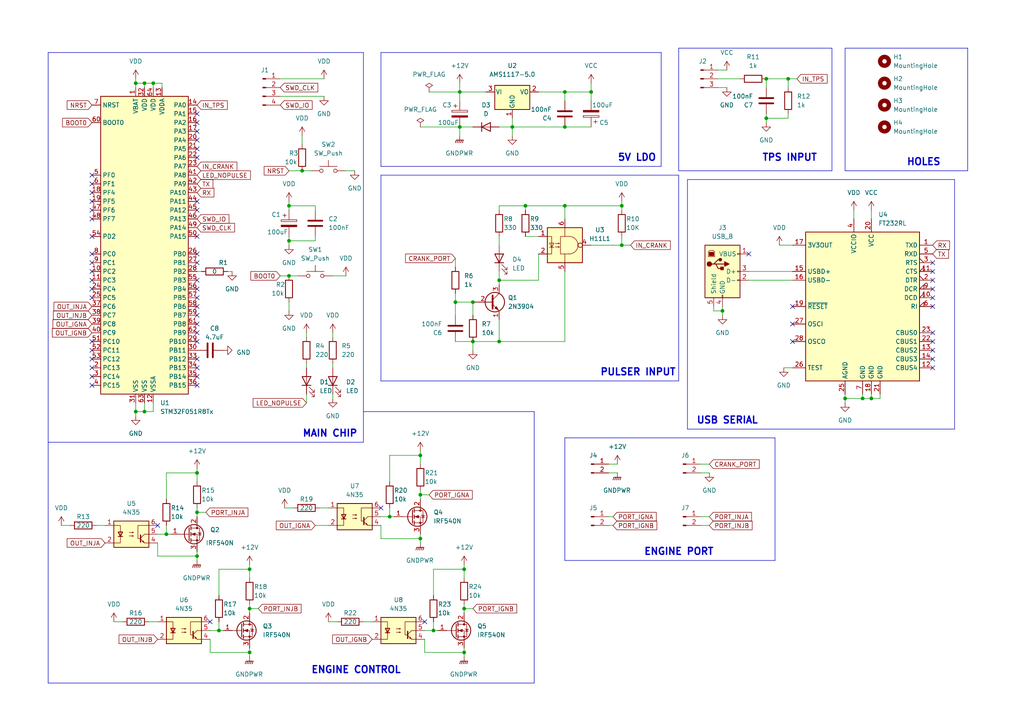
<source format=kicad_sch>
(kicad_sch (version 20230121) (generator eeschema)
  (paper "A4")
  (title_block (title "Custom Engine Control Unit") (date "2022-12-26") (rev "0") (company "Achmadi ST MT"))
  (junction (at 44.45 24.13))
  (junction (at 63.5 182.88))
  (junction (at 209.55 90.17))
  (junction (at 180.34 59.69))
  (junction (at 250.19 115.57))
  (junction (at 121.92 132.08))
  (junction (at 133.35 36.83))
  (junction (at 41.91 119.38))
  (junction (at 171.45 26.67))
  (junction (at 163.83 36.83))
  (junction (at 132.08 87.63))
  (junction (at 48.26 154.94))
  (junction (at 144.78 99.06))
  (junction (at 72.39 165.1))
  (junction (at 39.37 119.38))
  (junction (at 228.6 22.86))
  (junction (at 137.16 87.63))
  (junction (at 222.25 22.86))
  (junction (at 137.16 99.06))
  (junction (at 57.15 148.59))
  (junction (at 83.82 59.69))
  (junction (at 72.39 176.53))
  (junction (at 41.91 24.13))
  (junction (at 180.34 71.12))
  (junction (at 125.73 182.88))
  (junction (at 163.83 59.69))
  (junction (at 222.25 34.29))
  (junction (at 152.4 59.69))
  (junction (at 87.63 49.53))
  (junction (at 252.73 115.57))
  (junction (at 163.83 26.67))
  (junction (at 113.03 149.86))
  (junction (at 83.82 69.85))
  (junction (at 144.78 81.28))
  (junction (at 121.92 156.21))
  (junction (at 121.92 143.51))
  (junction (at 57.15 137.16))
  (junction (at 245.11 115.57))
  (junction (at 134.62 189.23))
  (junction (at 148.59 36.83))
  (junction (at 83.82 80.01))
  (junction (at 39.37 24.13))
  (junction (at 134.62 165.1))
  (junction (at 72.39 189.23))
  (junction (at 133.35 26.67))
  (junction (at 57.15 161.29))
  (junction (at 134.62 176.53))
  (no_connect (at 45.72 152.4))
  (no_connect (at 110.49 147.32))
  (no_connect (at 217.17 73.66))
  (no_connect (at 57.15 73.66))
  (no_connect (at 57.15 68.58))
  (no_connect (at 57.15 60.96))
  (no_connect (at 57.15 58.42))
  (no_connect (at 26.67 68.58))
  (no_connect (at 26.67 60.96))
  (no_connect (at 26.67 63.5))
  (no_connect (at 26.67 58.42))
  (no_connect (at 26.67 50.8))
  (no_connect (at 26.67 53.34))
  (no_connect (at 26.67 55.88))
  (no_connect (at 57.15 45.72))
  (no_connect (at 57.15 43.18))
  (no_connect (at 57.15 40.64))
  (no_connect (at 57.15 38.1))
  (no_connect (at 26.67 101.6))
  (no_connect (at 26.67 104.14))
  (no_connect (at 26.67 106.68))
  (no_connect (at 26.67 109.22))
  (no_connect (at 26.67 99.06))
  (no_connect (at 26.67 86.36))
  (no_connect (at 57.15 96.52))
  (no_connect (at 57.15 99.06))
  (no_connect (at 57.15 88.9))
  (no_connect (at 57.15 91.44))
  (no_connect (at 57.15 93.98))
  (no_connect (at 26.67 73.66))
  (no_connect (at 26.67 111.76))
  (no_connect (at 57.15 104.14))
  (no_connect (at 57.15 106.68))
  (no_connect (at 57.15 109.22))
  (no_connect (at 57.15 111.76))
  (no_connect (at 26.67 83.82))
  (no_connect (at 26.67 76.2))
  (no_connect (at 26.67 78.74))
  (no_connect (at 26.67 81.28))
  (no_connect (at 57.15 86.36))
  (no_connect (at 57.15 83.82))
  (no_connect (at 57.15 81.28))
  (no_connect (at 57.15 76.2))
  (no_connect (at 57.15 35.56))
  (no_connect (at 57.15 33.02))
  (no_connect (at 60.96 180.34))
  (no_connect (at 123.19 180.34))
  (no_connect (at 229.87 99.06))
  (no_connect (at 229.87 93.98))
  (no_connect (at 229.87 88.9))
  (no_connect (at 270.51 106.68))
  (no_connect (at 270.51 101.6))
  (no_connect (at 270.51 104.14))
  (no_connect (at 270.51 78.74))
  (no_connect (at 270.51 83.82))
  (no_connect (at 270.51 76.2))
  (no_connect (at 270.51 81.28))
  (no_connect (at 270.51 86.36))
  (no_connect (at 270.51 88.9))
  (no_connect (at 270.51 96.52))
  (no_connect (at 270.51 99.06))
  (wire (pts (xy 134.62 175.26) (xy 134.62 176.53)))
  (wire (pts (xy 113.03 132.08) (xy 121.92 132.08)))
  (wire (pts (xy 113.03 147.32) (xy 113.03 149.86)))
  (wire (pts (xy 208.28 20.32) (xy 210.82 20.32)))
  (wire (pts (xy 83.82 58.42) (xy 83.82 59.69)))
  (polyline (pts (xy 105.41 15.24) (xy 105.41 128.27)))
  (wire (pts (xy 209.55 90.17) (xy 209.55 91.44)))
  (polyline (pts (xy 110.49 15.24) (xy 191.77 15.24)))
  (wire (pts (xy 148.59 34.29) (xy 148.59 36.83)))
  (wire (pts (xy 148.59 36.83) (xy 163.83 36.83)))
  (wire (pts (xy 39.37 24.13) (xy 41.91 24.13)))
  (wire (pts (xy 96.52 114.3) (xy 96.52 115.57)))
  (wire (pts (xy 83.82 80.01) (xy 86.36 80.01)))
  (polyline (pts (xy 280.67 49.53) (xy 245.11 49.53)))
  (wire (pts (xy 180.34 59.69) (xy 180.34 60.96)))
  (wire (pts (xy 163.83 78.74) (xy 163.83 99.06)))
  (wire (pts (xy 134.62 176.53) (xy 134.62 177.8)))
  (wire (pts (xy 81.28 80.01) (xy 83.82 80.01)))
  (wire (pts (xy 105.41 180.34) (xy 107.95 180.34)))
  (wire (pts (xy 82.55 147.32) (xy 85.09 147.32)))
  (polyline (pts (xy 110.49 15.24) (xy 110.49 48.26)))
  (wire (pts (xy 252.73 114.3) (xy 252.73 115.57)))
  (wire (pts (xy 48.26 144.78) (xy 48.26 137.16)))
  (wire (pts (xy 163.83 99.06) (xy 144.78 99.06)))
  (wire (pts (xy 81.28 27.94) (xy 93.98 27.94)))
  (polyline (pts (xy 13.97 198.12) (xy 13.97 128.27)))
  (wire (pts (xy 125.73 165.1) (xy 134.62 165.1)))
  (polyline (pts (xy 196.85 13.97) (xy 196.85 49.53)))
  (wire (pts (xy 113.03 149.86) (xy 114.3 149.86)))
  (wire (pts (xy 44.45 119.38) (xy 41.91 119.38)))
  (wire (pts (xy 180.34 58.42) (xy 180.34 59.69)))
  (wire (pts (xy 39.37 120.65) (xy 39.37 119.38)))
  (wire (pts (xy 67.31 78.74) (xy 66.04 78.74)))
  (wire (pts (xy 88.9 114.3) (xy 88.9 116.84)))
  (wire (pts (xy 41.91 25.4) (xy 41.91 24.13)))
  (wire (pts (xy 121.92 142.24) (xy 121.92 143.51)))
  (wire (pts (xy 227.33 106.68) (xy 229.87 106.68)))
  (wire (pts (xy 72.39 165.1) (xy 72.39 167.64)))
  (polyline (pts (xy 237.49 13.97) (xy 241.3 13.97)))
  (wire (pts (xy 87.63 49.53) (xy 90.17 49.53)))
  (polyline (pts (xy 13.97 15.24) (xy 105.41 15.24)))
  (wire (pts (xy 83.82 59.69) (xy 91.44 59.69)))
  (wire (pts (xy 203.2 137.16) (xy 205.74 137.16)))
  (polyline (pts (xy 241.3 49.53) (xy 237.49 49.53)))
  (wire (pts (xy 57.15 147.32) (xy 57.15 148.59)))
  (wire (pts (xy 133.35 36.83) (xy 137.16 36.83)))
  (wire (pts (xy 156.21 81.28) (xy 156.21 73.66)))
  (polyline (pts (xy 196.85 110.49) (xy 110.49 110.49)))
  (wire (pts (xy 144.78 78.74) (xy 144.78 81.28)))
  (polyline (pts (xy 163.83 127) (xy 224.79 127)))
  (wire (pts (xy 83.82 68.58) (xy 83.82 69.85)))
  (wire (pts (xy 83.82 87.63) (xy 83.82 90.17)))
  (wire (pts (xy 207.01 90.17) (xy 209.55 90.17)))
  (wire (pts (xy 17.78 152.4) (xy 20.32 152.4)))
  (wire (pts (xy 93.98 22.86) (xy 81.28 22.86)))
  (polyline (pts (xy 237.49 49.53) (xy 196.85 49.53)))
  (wire (pts (xy 88.9 96.52) (xy 88.9 97.79)))
  (wire (pts (xy 133.35 26.67) (xy 133.35 29.21)))
  (wire (pts (xy 163.83 59.69) (xy 180.34 59.69)))
  (polyline (pts (xy 280.67 13.97) (xy 280.67 49.53)))
  (wire (pts (xy 176.53 134.62) (xy 179.07 134.62)))
  (wire (pts (xy 144.78 60.96) (xy 144.78 59.69)))
  (wire (pts (xy 132.08 99.06) (xy 137.16 99.06)))
  (wire (pts (xy 163.83 36.83) (xy 171.45 36.83)))
  (wire (pts (xy 121.92 143.51) (xy 121.92 144.78)))
  (wire (pts (xy 124.46 26.67) (xy 133.35 26.67)))
  (wire (pts (xy 72.39 187.96) (xy 72.39 189.23)))
  (wire (pts (xy 152.4 60.96) (xy 152.4 59.69)))
  (wire (pts (xy 144.78 36.83) (xy 148.59 36.83)))
  (wire (pts (xy 148.59 36.83) (xy 148.59 39.37)))
  (wire (pts (xy 57.15 135.89) (xy 57.15 137.16)))
  (wire (pts (xy 222.25 33.02) (xy 222.25 34.29)))
  (wire (pts (xy 123.19 185.42) (xy 123.19 189.23)))
  (wire (pts (xy 83.82 69.85) (xy 83.82 71.12)))
  (wire (pts (xy 250.19 114.3) (xy 250.19 115.57)))
  (wire (pts (xy 27.94 152.4) (xy 30.48 152.4)))
  (wire (pts (xy 58.42 78.74) (xy 57.15 78.74)))
  (wire (pts (xy 222.25 34.29) (xy 222.25 35.56)))
  (wire (pts (xy 123.19 182.88) (xy 125.73 182.88)))
  (wire (pts (xy 39.37 24.13) (xy 39.37 25.4)))
  (wire (pts (xy 180.34 71.12) (xy 182.88 71.12)))
  (wire (pts (xy 45.72 161.29) (xy 57.15 161.29)))
  (wire (pts (xy 171.45 26.67) (xy 171.45 29.21)))
  (wire (pts (xy 83.82 59.69) (xy 83.82 60.96)))
  (wire (pts (xy 176.53 152.4) (xy 177.8 152.4)))
  (wire (pts (xy 45.72 157.48) (xy 45.72 161.29)))
  (wire (pts (xy 121.92 132.08) (xy 121.92 134.62)))
  (polyline (pts (xy 163.83 127) (xy 163.83 162.56)))
  (wire (pts (xy 133.35 24.13) (xy 133.35 26.67)))
  (wire (pts (xy 250.19 115.57) (xy 245.11 115.57)))
  (wire (pts (xy 134.62 165.1) (xy 134.62 167.64)))
  (wire (pts (xy 63.5 180.34) (xy 63.5 182.88)))
  (wire (pts (xy 60.96 189.23) (xy 72.39 189.23)))
  (wire (pts (xy 228.6 22.86) (xy 231.14 22.86)))
  (wire (pts (xy 72.39 189.23) (xy 72.39 190.5)))
  (wire (pts (xy 41.91 119.38) (xy 39.37 119.38)))
  (wire (pts (xy 110.49 152.4) (xy 110.49 156.21)))
  (wire (pts (xy 110.49 156.21) (xy 121.92 156.21)))
  (polyline (pts (xy 105.41 119.38) (xy 154.94 119.38)))
  (wire (pts (xy 140.97 26.67) (xy 133.35 26.67)))
  (wire (pts (xy 100.33 49.53) (xy 102.87 49.53)))
  (wire (pts (xy 43.18 180.34) (xy 45.72 180.34)))
  (wire (pts (xy 132.08 74.93) (xy 132.08 77.47)))
  (wire (pts (xy 88.9 105.41) (xy 88.9 106.68)))
  (wire (pts (xy 96.52 96.52) (xy 96.52 97.79)))
  (wire (pts (xy 60.96 185.42) (xy 60.96 189.23)))
  (wire (pts (xy 96.52 80.01) (xy 100.33 80.01)))
  (wire (pts (xy 252.73 60.96) (xy 252.73 63.5)))
  (wire (pts (xy 134.62 189.23) (xy 134.62 190.5)))
  (wire (pts (xy 203.2 134.62) (xy 205.74 134.62)))
  (polyline (pts (xy 224.79 162.56) (xy 163.83 162.56)))
  (wire (pts (xy 57.15 160.02) (xy 57.15 161.29)))
  (wire (pts (xy 255.27 114.3) (xy 255.27 115.57)))
  (wire (pts (xy 228.6 33.02) (xy 228.6 34.29)))
  (wire (pts (xy 228.6 25.4) (xy 228.6 22.86)))
  (polyline (pts (xy 196.85 13.97) (xy 237.49 13.97)))
  (wire (pts (xy 91.44 152.4) (xy 95.25 152.4)))
  (polyline (pts (xy 196.85 50.8) (xy 196.85 110.49)))
  (wire (pts (xy 144.78 68.58) (xy 144.78 71.12)))
  (wire (pts (xy 57.15 162.56) (xy 57.15 161.29)))
  (wire (pts (xy 156.21 26.67) (xy 163.83 26.67)))
  (wire (pts (xy 176.53 137.16) (xy 179.07 137.16)))
  (wire (pts (xy 217.17 78.74) (xy 229.87 78.74)))
  (wire (pts (xy 252.73 115.57) (xy 255.27 115.57)))
  (wire (pts (xy 72.39 163.83) (xy 72.39 165.1)))
  (wire (pts (xy 228.6 22.86) (xy 222.25 22.86)))
  (wire (pts (xy 125.73 180.34) (xy 125.73 182.88)))
  (wire (pts (xy 245.11 114.3) (xy 245.11 115.57)))
  (wire (pts (xy 125.73 172.72) (xy 125.73 165.1)))
  (polyline (pts (xy 110.49 50.8) (xy 110.49 110.49)))
  (wire (pts (xy 121.92 130.81) (xy 121.92 132.08)))
  (wire (pts (xy 133.35 36.83) (xy 133.35 39.37)))
  (polyline (pts (xy 154.94 119.38) (xy 154.94 198.12)))
  (wire (pts (xy 176.53 149.86) (xy 177.8 149.86)))
  (wire (pts (xy 44.45 25.4) (xy 44.45 24.13)))
  (wire (pts (xy 203.2 149.86) (xy 205.74 149.86)))
  (polyline (pts (xy 191.77 48.26) (xy 110.49 48.26)))
  (wire (pts (xy 134.62 176.53) (xy 137.16 176.53)))
  (wire (pts (xy 137.16 87.63) (xy 137.16 91.44)))
  (wire (pts (xy 113.03 139.7) (xy 113.03 132.08)))
  (wire (pts (xy 121.92 154.94) (xy 121.92 156.21)))
  (polyline (pts (xy 110.49 50.8) (xy 196.85 50.8)))
  (wire (pts (xy 144.78 81.28) (xy 156.21 81.28)))
  (wire (pts (xy 91.44 69.85) (xy 83.82 69.85)))
  (wire (pts (xy 123.19 189.23) (xy 134.62 189.23)))
  (wire (pts (xy 44.45 24.13) (xy 41.91 24.13)))
  (polyline (pts (xy 245.11 13.97) (xy 245.11 49.53)))
  (wire (pts (xy 121.92 156.21) (xy 121.92 157.48)))
  (wire (pts (xy 134.62 163.83) (xy 134.62 165.1)))
  (wire (pts (xy 226.06 71.12) (xy 229.87 71.12)))
  (wire (pts (xy 125.73 182.88) (xy 127 182.88)))
  (polyline (pts (xy 199.39 52.07) (xy 276.86 52.07)))
  (wire (pts (xy 72.39 176.53) (xy 72.39 177.8)))
  (wire (pts (xy 217.17 81.28) (xy 229.87 81.28)))
  (wire (pts (xy 132.08 85.09) (xy 132.08 87.63)))
  (wire (pts (xy 171.45 24.13) (xy 171.45 26.67)))
  (wire (pts (xy 91.44 68.58) (xy 91.44 69.85)))
  (wire (pts (xy 45.72 154.94) (xy 48.26 154.94)))
  (polyline (pts (xy 276.86 52.07) (xy 276.86 124.46)))
  (wire (pts (xy 245.11 115.57) (xy 245.11 116.84)))
  (polyline (pts (xy 154.94 198.12) (xy 13.97 198.12)))
  (polyline (pts (xy 276.86 124.46) (xy 199.39 124.46)))
  (wire (pts (xy 87.63 39.37) (xy 87.63 41.91)))
  (wire (pts (xy 57.15 148.59) (xy 57.15 149.86)))
  (polyline (pts (xy 199.39 52.07) (xy 199.39 124.46)))
  (wire (pts (xy 63.5 172.72) (xy 63.5 165.1)))
  (wire (pts (xy 163.83 26.67) (xy 171.45 26.67)))
  (wire (pts (xy 144.78 92.71) (xy 144.78 99.06)))
  (wire (pts (xy 171.45 71.12) (xy 180.34 71.12)))
  (wire (pts (xy 57.15 137.16) (xy 57.15 139.7)))
  (wire (pts (xy 46.99 24.13) (xy 44.45 24.13)))
  (wire (pts (xy 72.39 175.26) (xy 72.39 176.53)))
  (wire (pts (xy 48.26 154.94) (xy 49.53 154.94)))
  (wire (pts (xy 247.65 60.96) (xy 247.65 63.5)))
  (wire (pts (xy 163.83 26.67) (xy 163.83 29.21)))
  (wire (pts (xy 96.52 105.41) (xy 96.52 106.68)))
  (wire (pts (xy 48.26 137.16) (xy 57.15 137.16)))
  (wire (pts (xy 132.08 91.44) (xy 132.08 87.63)))
  (wire (pts (xy 92.71 147.32) (xy 95.25 147.32)))
  (wire (pts (xy 132.08 87.63) (xy 137.16 87.63)))
  (wire (pts (xy 144.78 59.69) (xy 152.4 59.69)))
  (wire (pts (xy 72.39 176.53) (xy 74.93 176.53)))
  (wire (pts (xy 33.02 180.34) (xy 35.56 180.34)))
  (wire (pts (xy 41.91 116.84) (xy 41.91 119.38)))
  (wire (pts (xy 91.44 60.96) (xy 91.44 59.69)))
  (wire (pts (xy 152.4 68.58) (xy 156.21 68.58)))
  (wire (pts (xy 144.78 82.55) (xy 144.78 81.28)))
  (wire (pts (xy 222.25 22.86) (xy 222.25 25.4)))
  (polyline (pts (xy 241.3 13.97) (xy 241.3 49.53)))
  (wire (pts (xy 46.99 25.4) (xy 46.99 24.13)))
  (wire (pts (xy 137.16 99.06) (xy 137.16 101.6)))
  (wire (pts (xy 163.83 63.5) (xy 163.83 59.69)))
  (wire (pts (xy 134.62 187.96) (xy 134.62 189.23)))
  (wire (pts (xy 250.19 115.57) (xy 252.73 115.57)))
  (wire (pts (xy 152.4 59.69) (xy 163.83 59.69)))
  (polyline (pts (xy 191.77 15.24) (xy 191.77 48.26)))
  (wire (pts (xy 180.34 68.58) (xy 180.34 71.12)))
  (wire (pts (xy 144.78 99.06) (xy 137.16 99.06)))
  (wire (pts (xy 208.28 25.4) (xy 210.82 25.4)))
  (polyline (pts (xy 245.11 13.97) (xy 280.67 13.97)))
  (wire (pts (xy 60.96 182.88) (xy 63.5 182.88)))
  (wire (pts (xy 203.2 152.4) (xy 205.74 152.4)))
  (wire (pts (xy 39.37 116.84) (xy 39.37 119.38)))
  (polyline (pts (xy 224.79 127) (xy 224.79 162.56)))
  (wire (pts (xy 83.82 49.53) (xy 87.63 49.53)))
  (wire (pts (xy 63.5 165.1) (xy 72.39 165.1)))
  (wire (pts (xy 208.28 22.86) (xy 214.63 22.86)))
  (wire (pts (xy 48.26 152.4) (xy 48.26 154.94)))
  (wire (pts (xy 121.92 143.51) (xy 124.46 143.51)))
  (wire (pts (xy 228.6 34.29) (xy 222.25 34.29)))
  (wire (pts (xy 57.15 148.59) (xy 59.69 148.59)))
  (wire (pts (xy 39.37 22.86) (xy 39.37 24.13)))
  (wire (pts (xy 209.55 88.9) (xy 209.55 90.17)))
  (polyline (pts (xy 13.97 15.24) (xy 13.97 128.27)))
  (wire (pts (xy 121.92 36.83) (xy 133.35 36.83)))
  (wire (pts (xy 110.49 149.86) (xy 113.03 149.86)))
  (wire (pts (xy 207.01 88.9) (xy 207.01 90.17)))
  (wire (pts (xy 44.45 116.84) (xy 44.45 119.38)))
  (polyline (pts (xy 105.41 128.27) (xy 13.97 128.27)))
  (wire (pts (xy 63.5 182.88) (xy 64.77 182.88)))
  (wire (pts (xy 95.25 180.34) (xy 97.79 180.34)))
  (text "PULSER INPUT\n" (at 173.99 109.22 0) (effects (font (size 2 2) bold) (justify left bottom)))
  (text "MAIN CHIP" (at 87.63 127 0) (effects (font (size 2 2) (thickness 0.4) bold) (justify left bottom)))
  (text "5V LDO" (at 179.07 46.99 0) (effects (font (size 2 2) bold) (justify left bottom)))
  (text "USB SERIAL\n" (at 201.93 123.19 0) (effects (font (size 2 2) bold) (justify left bottom)))
  (text "ENGINE PORT\n" (at 186.69 161.29 0) (effects (font (size 2 2) bold) (justify left bottom)))
  (text "HOLES\n" (at 262.89 48.26 0) (effects (font (size 2 2) bold) (justify left bottom)))
  (text "TPS INPUT\n" (at 220.98 46.99 0) (effects (font (size 2 2) bold) (justify left bottom)))
  (text "ENGINE CONTROL\n" (at 90.17 195.58 0) (effects (font (size 2 2) bold) (justify left bottom)))
  (global_label "RX" (shape input) (at 57.15 55.88 0) (property "Intersheetrefs" "${INTERSHEET_REFS}" (effects hide)))
  (global_label "NRST" (shape input) (at 26.67 30.48 180) (property "Intersheetrefs" "${INTERSHEET_REFS}" (effects hide)))
  (global_label "OUT_IGNB" (shape input) (at 26.67 96.52 180) (property "Intersheetrefs" "${INTERSHEET_REFS}" (effects hide)))
  (global_label "OUT_INJB" (shape input) (at 45.72 185.42 180) (property "Intersheetrefs" "${INTERSHEET_REFS}" (effects hide)))
  (global_label "CRANK_PORT" (shape input) (at 205.74 134.62 0) (property "Intersheetrefs" "${INTERSHEET_REFS}" (effects hide)))
  (global_label "RX" (shape input) (at 270.51 71.12 0) (property "Intersheetrefs" "${INTERSHEET_REFS}" (effects hide)))
  (global_label "TX" (shape input) (at 270.51 73.66 0) (property "Intersheetrefs" "${INTERSHEET_REFS}" (effects hide)))
  (global_label "OUT_INJB" (shape input) (at 26.67 91.44 180) (property "Intersheetrefs" "${INTERSHEET_REFS}" (effects hide)))
  (global_label "PORT_IGNB" (shape input) (at 177.8 152.4 0) (property "Intersheetrefs" "${INTERSHEET_REFS}" (effects hide)))
  (global_label "IN_CRANK" (shape input) (at 182.88 71.12 0) (property "Intersheetrefs" "${INTERSHEET_REFS}" (effects hide)))
  (global_label "BOOT0" (shape input) (at 26.67 35.56 180) (property "Intersheetrefs" "${INTERSHEET_REFS}" (effects hide)))
  (global_label "PORT_IGNA" (shape input) (at 177.8 149.86 0) (property "Intersheetrefs" "${INTERSHEET_REFS}" (effects hide)))
  (global_label "LED_NOPULSE" (shape input) (at 57.15 50.8 0) (property "Intersheetrefs" "${INTERSHEET_REFS}" (effects hide)))
  (global_label "PORT_IGNB" (shape input) (at 137.16 176.53 0) (property "Intersheetrefs" "${INTERSHEET_REFS}" (effects hide)))
  (global_label "IN_TPS" (shape input) (at 231.14 22.86 0) (property "Intersheetrefs" "${INTERSHEET_REFS}" (effects hide)))
  (global_label "OUT_IGNA" (shape input) (at 26.67 93.98 180) (property "Intersheetrefs" "${INTERSHEET_REFS}" (effects hide)))
  (global_label "PORT_IGNA" (shape input) (at 124.46 143.51 0) (property "Intersheetrefs" "${INTERSHEET_REFS}" (effects hide)))
  (global_label "NRST" (shape input) (at 83.82 49.53 180) (property "Intersheetrefs" "${INTERSHEET_REFS}" (effects hide)))
  (global_label "OUT_INJA" (shape input) (at 26.67 88.9 180) (property "Intersheetrefs" "${INTERSHEET_REFS}" (effects hide)))
  (global_label "OUT_IGNB" (shape input) (at 107.95 185.42 180) (property "Intersheetrefs" "${INTERSHEET_REFS}" (effects hide)))
  (global_label "IN_TPS" (shape input) (at 57.15 30.48 0) (property "Intersheetrefs" "${INTERSHEET_REFS}" (effects hide)))
  (global_label "CRANK_PORT" (shape input) (at 132.08 74.93 180) (property "Intersheetrefs" "${INTERSHEET_REFS}" (effects hide)))
  (global_label "BOOT0" (shape input) (at 81.28 80.01 180) (property "Intersheetrefs" "${INTERSHEET_REFS}" (effects hide)))
  (global_label "TX" (shape input) (at 57.15 53.34 0) (property "Intersheetrefs" "${INTERSHEET_REFS}" (effects hide)))
  (global_label "SWD_IO" (shape input) (at 81.28 30.48 0) (property "Intersheetrefs" "${INTERSHEET_REFS}" (effects hide)))
  (global_label "PORT_INJB" (shape input) (at 205.74 152.4 0) (property "Intersheetrefs" "${INTERSHEET_REFS}" (effects hide)))
  (global_label "PORT_INJA" (shape input) (at 205.74 149.86 0) (property "Intersheetrefs" "${INTERSHEET_REFS}" (effects hide)))
  (global_label "SWD_IO" (shape input) (at 57.15 63.5 0) (property "Intersheetrefs" "${INTERSHEET_REFS}" (effects hide)))
  (global_label "IN_CRANK" (shape input) (at 57.15 48.26 0) (property "Intersheetrefs" "${INTERSHEET_REFS}" (effects hide)))
  (global_label "PORT_INJA" (shape input) (at 59.69 148.59 0) (property "Intersheetrefs" "${INTERSHEET_REFS}" (effects hide)))
  (global_label "PORT_INJB" (shape input) (at 74.93 176.53 0) (property "Intersheetrefs" "${INTERSHEET_REFS}" (effects hide)))
  (global_label "OUT_IGNA" (shape input) (at 91.44 152.4 180) (property "Intersheetrefs" "${INTERSHEET_REFS}" (effects hide)))
  (global_label "OUT_INJA" (shape input) (at 30.48 157.48 180) (property "Intersheetrefs" "${INTERSHEET_REFS}" (effects hide)))
  (global_label "LED_NOPULSE" (shape input) (at 88.9 116.84 180) (property "Intersheetrefs" "${INTERSHEET_REFS}" (effects hide)))
  (global_label "SWD_CLK" (shape input) (at 57.15 66.04 0) (property "Intersheetrefs" "${INTERSHEET_REFS}" (effects hide)))
  (global_label "SWD_CLK" (shape input) (at 81.28 25.4 0) (property "Intersheetrefs" "${INTERSHEET_REFS}" (effects hide)))
  (symbol (lib_id "Mechanical:MountingHole") (at 256.54 24.13 0) (unit 1)
    (property "Reference" "H2" (at 259.08 22.8599 0) (effects (justify left)))
    (property "Value" "MountingHole" (at 259.08 25.3999 0) (effects (justify left)))
    (property "Footprint" "MountingHole:MountingHole_2.5mm_Pad" (effects hide))
  )
  (symbol (lib_id "power:VCC") (at 171.45 24.13 0) (unit 1)
    (property "Reference" "#PWR019" (effects hide))
    (property "Value" "VCC" (at 171.45 19.05 0))
  )
  (symbol (lib_id "Device:C_Polarized") (at 83.82 64.77 0) (unit 1)
    (property "Reference" "C1" (at 78.74 62.23 0) (effects (justify left)))
    (property "Value" "100uF" (at 77.47 67.31 0) (effects (justify left)))
    (property "Footprint" "Capacitor_SMD:C_Elec_4x5.4" (effects hide))
  )
  (symbol (lib_id "Device:R") (at 57.15 143.51 0) (unit 1)
    (property "Reference" "R15" (at 58.42 142.24 0) (effects (justify left)))
    (property "Value" "10k" (at 58.42 144.78 0) (effects (justify left)))
    (property "Footprint" "Resistor_SMD:R_0805_2012Metric_Pad1.20x1.40mm_HandSolder" (effects hide))
  )
  (symbol (lib_id "power:GND") (at 93.98 27.94 0) (unit 1)
    (property "Reference" "#PWR07" (effects hide))
    (property "Value" "GND" (at 93.98 33.02 0))
  )
  (symbol (lib_id "power:GNDPWR") (at 133.35 39.37 0) (unit 1)
    (property "Reference" "#PWR016" (effects hide))
    (property "Value" "GNDPWR" (at 133.223 44.45 0))
  )
  (symbol (lib_id "power:+12V") (at 121.92 130.81 0) (unit 1)
    (property "Reference" "#PWR037" (effects hide))
    (property "Value" "+12V" (at 121.92 125.73 0))
  )
  (symbol (lib_id "Device:C") (at 60.96 101.6 90) (unit 1)
    (property "Reference" "C8" (at 62.23 95.25 90))
    (property "Value" "4.7uF" (at 62.23 97.79 90))
  )
  (symbol (lib_id "power:VDD") (at 96.52 96.52 0) (unit 1)
    (property "Reference" "#PWR013" (effects hide))
    (property "Value" "VDD" (at 96.52 91.44 0))
  )
  (symbol (lib_id "Device:R") (at 63.5 176.53 0) (unit 1)
    (property "Reference" "R17" (at 64.77 175.26 0) (effects (justify left)))
    (property "Value" "10k" (at 64.77 177.8 0) (effects (justify left)))
    (property "Footprint" "Resistor_SMD:R_0805_2012Metric_Pad1.20x1.40mm_HandSolder" (effects hide))
  )
  (symbol (lib_id "Device:LED") (at 144.78 74.93 90) (unit 1)
    (property "Reference" "D4" (at 148.59 75.2474 90) (effects (justify right)))
    (property "Value" "LED" (at 148.59 77.7874 90) (effects (justify right)))
    (property "Footprint" "LED_SMD:LED_0805_2012Metric_Pad1.15x1.40mm_HandSolder" (effects hide))
  )
  (symbol (lib_id "Device:R") (at 48.26 148.59 0) (unit 1)
    (property "Reference" "R14" (at 49.53 147.32 0) (effects (justify left)))
    (property "Value" "10k" (at 49.53 149.86 0) (effects (justify left)))
    (property "Footprint" "Resistor_SMD:R_0805_2012Metric_Pad1.20x1.40mm_HandSolder" (effects hide))
  )
  (symbol (lib_id "Transistor_FET:IRF540N") (at 119.38 149.86 0) (unit 1)
    (property "Reference" "Q4" (at 125.73 148.5899 0) (effects (justify left)))
    (property "Value" "IRF540N" (at 125.73 151.1299 0) (effects (justify left)))
    (property "Footprint" "Package_TO_SOT_THT:TO-220-3_Horizontal_TabUp" (effects hide))
    (property "Datasheet" "http://www.irf.com/product-info/datasheets/data/irf540n.pdf" (effects hide))
  )
  (symbol (lib_id "power:GND") (at 245.11 116.84 0) (unit 1)
    (property "Reference" "#PWR026" (effects hide))
    (property "Value" "GND" (at 245.11 121.92 0))
  )
  (symbol (lib_id "Device:C") (at 163.83 33.02 180) (unit 1)
    (property "Reference" "C4" (at 160.02 34.2901 0) (effects (justify left)))
    (property "Value" "100nF" (at 160.02 31.7501 0) (effects (justify left)))
    (property "Footprint" "Capacitor_SMD:C_0805_2012Metric_Pad1.18x1.45mm_HandSolder" (effects hide))
  )
  (symbol (lib_id "Device:LED") (at 88.9 110.49 90) (unit 1)
    (property "Reference" "D1" (at 92.71 110.8074 90) (effects (justify right)))
    (property "Value" "LED" (at 92.71 113.3474 90) (effects (justify right)))
    (property "Footprint" "LED_SMD:LED_0805_2012Metric_Pad1.15x1.40mm_HandSolder" (effects hide))
  )
  (symbol (lib_id "power:VDD") (at 95.25 180.34 0) (unit 1)
    (property "Reference" "#PWR039" (effects hide))
    (property "Value" "VDD" (at 95.25 175.26 0))
  )
  (symbol (lib_id "Device:R") (at 134.62 171.45 0) (unit 1)
    (property "Reference" "R24" (at 135.89 170.18 0) (effects (justify left)))
    (property "Value" "10k" (at 135.89 172.72 0) (effects (justify left)))
    (property "Footprint" "Resistor_SMD:R_0805_2012Metric_Pad1.20x1.40mm_HandSolder" (effects hide))
  )
  (symbol (lib_id "power:GND") (at 148.59 39.37 0) (unit 1)
    (property "Reference" "#PWR017" (effects hide))
    (property "Value" "GND" (at 148.59 44.45 0))
  )
  (symbol (lib_id "Mechanical:MountingHole") (at 256.54 30.48 0) (unit 1)
    (property "Reference" "H3" (at 259.08 29.2099 0) (effects (justify left)))
    (property "Value" "MountingHole" (at 259.08 31.7499 0) (effects (justify left)))
    (property "Footprint" "MountingHole:MountingHole_2.5mm_Pad" (effects hide))
  )
  (symbol (lib_id "power:GND") (at 39.37 120.65 0) (unit 1)
    (property "Reference" "#PWR02" (effects hide))
    (property "Value" "GND" (at 39.37 125.73 0))
  )
  (symbol (lib_id "power:GNDPWR") (at 121.92 157.48 0) (unit 1)
    (property "Reference" "#PWR038" (effects hide))
    (property "Value" "GNDPWR" (at 121.793 162.56 0))
  )
  (symbol (lib_id "Device:C_Polarized") (at 171.45 33.02 180) (unit 1)
    (property "Reference" "C5" (at 176.53 35.56 0) (effects (justify left)))
    (property "Value" "100uF" (at 177.8 30.48 0) (effects (justify left)))
    (property "Footprint" "Capacitor_SMD:C_Elec_4x5.4" (effects hide))
  )
  (symbol (lib_id "power:+12V") (at 133.35 24.13 0) (unit 1)
    (property "Reference" "#PWR015" (effects hide))
    (property "Value" "+12V" (at 133.35 19.05 0))
  )
  (symbol (lib_id "power:GND") (at 83.82 90.17 0) (unit 1)
    (property "Reference" "#PWR04" (effects hide))
    (property "Value" "GND" (at 83.82 95.25 0))
  )
  (symbol (lib_id "MCU_ST_STM32F0:STM32F051R8Tx") (at 41.91 71.12 0) (unit 1)
    (property "Reference" "U1" (at 46.4694 116.84 0) (effects (justify left)))
    (property "Value" "STM32F051R8Tx" (at 46.4694 119.38 0) (effects (justify left)))
    (property "Footprint" "Package_QFP:LQFP-64_10x10mm_P0.5mm" (effects hide))
    (property "Datasheet" "http://www.st.com/st-web-ui/static/active/en/resource/technical/document/datasheet/DM00039193.pdf" (effects hide))
  )
  (symbol (lib_id "Switch:SW_Push") (at 95.25 49.53 0) (unit 1)
    (property "Reference" "SW2" (at 95.25 41.91 0))
    (property "Value" "SW_Push" (at 95.25 44.45 0))
    (property "Footprint" "Button_Switch_THT:SW_PUSH_6mm" (effects hide))
  )
  (symbol (lib_id "Device:R") (at 101.6 180.34 90) (unit 1)
    (property "Reference" "R22" (at 101.6 177.8 90))
    (property "Value" "220" (at 101.6 180.34 90))
    (property "Footprint" "Resistor_SMD:R_0805_2012Metric_Pad1.20x1.40mm_HandSolder" (effects hide))
  )
  (symbol (lib_id "Device:R") (at 62.23 78.74 90) (unit 1)
    (property "Reference" "R1" (at 64.77 76.2 90))
    (property "Value" "0" (at 62.23 78.74 90))
    (property "Footprint" "Resistor_SMD:R_0805_2012Metric_Pad1.20x1.40mm_HandSolder" (effects hide))
  )
  (symbol (lib_id "power:VDD") (at 82.55 147.32 0) (unit 1)
    (property "Reference" "#PWR036" (effects hide))
    (property "Value" "VDD" (at 82.55 142.24 0))
  )
  (symbol (lib_id "Device:R") (at 96.52 101.6 0) (unit 1)
    (property "Reference" "R5" (at 99.06 100.3299 0) (effects (justify left)))
    (property "Value" "220" (at 99.06 102.8699 0) (effects (justify left)))
    (property "Footprint" "Resistor_SMD:R_0805_2012Metric_Pad1.20x1.40mm_HandSolder" (effects hide))
  )
  (symbol (lib_id "power:VDD") (at 180.34 58.42 0) (unit 1)
    (property "Reference" "#PWR020" (effects hide))
    (property "Value" "VDD" (at 180.34 53.34 0))
  )
  (symbol (lib_id "Device:C_Polarized") (at 133.35 33.02 0) (unit 1)
    (property "Reference" "C3" (at 128.27 30.48 0) (effects (justify left)))
    (property "Value" "100uF" (at 127 35.56 0) (effects (justify left)))
    (property "Footprint" "Capacitor_SMD:C_0805_2012Metric_Pad1.18x1.45mm_HandSolder" (effects hide))
  )
  (symbol (lib_id "power:GND") (at 222.25 35.56 0) (unit 1)
    (property "Reference" "#PWR023" (effects hide))
    (property "Value" "GND" (at 222.25 40.64 0))
  )
  (symbol (lib_id "Isolator:4N35") (at 102.87 149.86 0) (unit 1)
    (property "Reference" "U7" (at 102.87 140.97 0))
    (property "Value" "4N35" (at 102.87 143.51 0))
    (property "Footprint" "Package_DIP:DIP-6_W7.62mm" (effects hide))
    (property "Datasheet" "https://www.vishay.com/docs/81181/4n35.pdf" (effects hide))
  )
  (symbol (lib_id "Switch:SW_Push") (at 91.44 80.01 0) (unit 1)
    (property "Reference" "SW1" (at 91.44 72.39 0))
    (property "Value" "SW_Push" (at 91.44 74.93 0))
    (property "Footprint" "Button_Switch_THT:SW_PUSH_6mm" (effects hide))
  )
  (symbol (lib_id "power:GNDPWR") (at 134.62 190.5 0) (unit 1)
    (property "Reference" "#PWR041" (effects hide))
    (property "Value" "GNDPWR" (at 134.493 195.58 0))
  )
  (symbol (lib_id "Device:R") (at 72.39 171.45 0) (unit 1)
    (property "Reference" "R18" (at 73.66 170.18 0) (effects (justify left)))
    (property "Value" "10k" (at 73.66 172.72 0) (effects (justify left)))
    (property "Footprint" "Resistor_SMD:R_0805_2012Metric_Pad1.20x1.40mm_HandSolder" (effects hide))
  )
  (symbol (lib_id "power:PWR_FLAG") (at 121.92 36.83 0) (unit 1)
    (property "Reference" "#FLG0101" (effects hide))
    (property "Value" "PWR_FLAG" (at 121.92 31.75 0))
  )
  (symbol (lib_id "Device:R") (at 121.92 138.43 0) (unit 1)
    (property "Reference" "R21" (at 123.19 137.16 0) (effects (justify left)))
    (property "Value" "10k" (at 123.19 139.7 0) (effects (justify left)))
    (property "Footprint" "Resistor_SMD:R_0805_2012Metric_Pad1.20x1.40mm_HandSolder" (effects hide))
  )
  (symbol (lib_id "power:GND") (at 96.52 115.57 0) (unit 1)
    (property "Reference" "#PWR014" (effects hide))
    (property "Value" "GND" (at 96.52 120.65 0))
  )
  (symbol (lib_id "power:+12V") (at 134.62 163.83 0) (unit 1)
    (property "Reference" "#PWR040" (effects hide))
    (property "Value" "+12V" (at 134.62 158.75 0))
  )
  (symbol (lib_id "Connector:Conn_01x02_Male") (at 171.45 134.62 0) (unit 1)
    (property "Reference" "J4" (at 172.085 132.08 0))
    (property "Value" "Conn_01x02_Male" (effects hide))
    (property "Footprint" "TerminalBlock:TerminalBlock_Altech_AK300-2_P5.00mm" (effects hide))
  )
  (symbol (lib_id "power:VDD") (at 93.98 22.86 0) (unit 1)
    (property "Reference" "#PWR06" (effects hide))
    (property "Value" "VDD" (at 93.98 17.78 0))
  )
  (symbol (lib_id "Isolator:4N35") (at 53.34 182.88 0) (unit 1)
    (property "Reference" "U6" (at 53.34 173.99 0))
    (property "Value" "4N35" (at 53.34 176.53 0))
    (property "Footprint" "Package_DIP:DIP-6_W7.62mm" (effects hide))
    (property "Datasheet" "https://www.vishay.com/docs/81181/4n35.pdf" (effects hide))
  )
  (symbol (lib_id "power:VDD") (at 17.78 152.4 0) (unit 1)
    (property "Reference" "#PWR030" (effects hide))
    (property "Value" "VDD" (at 17.78 147.32 0))
  )
  (symbol (lib_id "Device:R") (at 137.16 95.25 0) (unit 1)
    (property "Reference" "R7" (at 139.7 93.9799 0) (effects (justify left)))
    (property "Value" "10k" (at 139.7 96.5199 0) (effects (justify left)))
    (property "Footprint" "Resistor_SMD:R_0805_2012Metric_Pad1.20x1.40mm_HandSolder" (effects hide))
  )
  (symbol (lib_id "Device:R") (at 88.9 147.32 90) (unit 1)
    (property "Reference" "R19" (at 88.9 144.78 90))
    (property "Value" "220" (at 88.9 147.32 90))
    (property "Footprint" "Resistor_SMD:R_0805_2012Metric_Pad1.20x1.40mm_HandSolder" (effects hide))
  )
  (symbol (lib_id "power:GND") (at 137.16 101.6 0) (unit 1)
    (property "Reference" "#PWR018" (effects hide))
    (property "Value" "GND" (at 137.16 106.68 0))
  )
  (symbol (lib_id "Device:R") (at 39.37 180.34 90) (unit 1)
    (property "Reference" "R16" (at 39.37 177.8 90))
    (property "Value" "220" (at 39.37 180.34 90))
    (property "Footprint" "Resistor_SMD:R_0805_2012Metric_Pad1.20x1.40mm_HandSolder" (effects hide))
  )
  (symbol (lib_id "power:VDD") (at 87.63 39.37 0) (unit 1)
    (property "Reference" "#PWR05" (effects hide))
    (property "Value" "VDD" (at 87.63 34.29 0))
  )
  (symbol (lib_id "Connector:USB_B") (at 209.55 78.74 0) (unit 1)
    (property "Reference" "J3" (at 209.55 66.04 0))
    (property "Value" "USB_B" (at 209.55 68.58 0))
    (property "Footprint" "Connector_USB:USB_B_Lumberg_2411_02_Horizontal" (effects hide))
    (property "Datasheet" " ~" (effects hide))
  )
  (symbol (lib_id "Connector:Conn_01x02_Male") (at 198.12 149.86 0) (unit 1)
    (property "Reference" "J7" (at 198.755 147.32 0))
    (property "Value" "Conn_01x02_Male" (effects hide))
    (property "Footprint" "TerminalBlock:TerminalBlock_Altech_AK300-2_P5.00mm" (effects hide))
  )
  (symbol (lib_id "power:PWR_FLAG") (at 124.46 26.67 0) (unit 1)
    (property "Reference" "#FLG01" (effects hide))
    (property "Value" "PWR_FLAG" (at 124.46 21.59 0))
  )
  (symbol (lib_id "Device:R") (at 88.9 101.6 0) (unit 1)
    (property "Reference" "R4" (at 91.44 100.3299 0) (effects (justify left)))
    (property "Value" "220" (at 91.44 102.8699 0) (effects (justify left)))
    (property "Footprint" "Resistor_SMD:R_0805_2012Metric_Pad1.20x1.40mm_HandSolder" (effects hide))
  )
  (symbol (lib_id "Device:C") (at 132.08 95.25 180) (unit 1)
    (property "Reference" "C6" (at 128.27 96.5201 0) (effects (justify left)))
    (property "Value" "100nF" (at 128.27 93.9801 0) (effects (justify left)))
    (property "Footprint" "Capacitor_SMD:C_0805_2012Metric_Pad1.18x1.45mm_HandSolder" (effects hide))
  )
  (symbol (lib_id "power:GND") (at 67.31 78.74 0) (unit 1)
    (property "Reference" "#PWR03" (effects hide))
    (property "Value" "GND" (at 67.31 83.82 0))
  )
  (symbol (lib_id "Connector:Conn_01x04_Male") (at 76.2 25.4 0) (unit 1)
    (property "Reference" "J1" (at 76.835 20.32 0))
    (property "Value" "Conn_01x04_Male" (effects hide))
    (property "Footprint" "Connector_PinHeader_2.54mm:PinHeader_1x04_P2.54mm_Vertical" (effects hide))
  )
  (symbol (lib_id "power:VDD") (at 33.02 180.34 0) (unit 1)
    (property "Reference" "#PWR033" (effects hide))
    (property "Value" "VDD" (at 33.02 175.26 0))
  )
  (symbol (lib_id "Device:C") (at 91.44 64.77 0) (unit 1)
    (property "Reference" "C2" (at 95.25 63.4999 0) (effects (justify left)))
    (property "Value" "100nF" (at 95.25 66.0399 0) (effects (justify left)))
    (property "Footprint" "Capacitor_SMD:C_0805_2012Metric_Pad1.18x1.45mm_HandSolder" (effects hide))
  )
  (symbol (lib_id "power:GND") (at 210.82 25.4 0) (unit 1)
    (property "Reference" "#PWR022" (effects hide))
    (property "Value" "GND" (at 210.82 30.48 0))
  )
  (symbol (lib_id "power:VCC") (at 252.73 60.96 0) (unit 1)
    (property "Reference" "#PWR028" (effects hide))
    (property "Value" "VCC" (at 252.73 55.88 0))
  )
  (symbol (lib_id "Device:R") (at 144.78 64.77 0) (unit 1)
    (property "Reference" "R8" (at 146.05 63.5 0) (effects (justify left)))
    (property "Value" "330" (at 146.05 66.04 0) (effects (justify left)))
    (property "Footprint" "Resistor_SMD:R_0805_2012Metric_Pad1.20x1.40mm_HandSolder" (effects hide))
  )
  (symbol (lib_id "Device:R") (at 218.44 22.86 90) (unit 1)
    (property "Reference" "R11" (at 218.44 16.51 90))
    (property "Value" "1k" (at 218.44 19.05 90))
    (property "Footprint" "Resistor_SMD:R_0805_2012Metric_Pad1.20x1.40mm_HandSolder" (effects hide))
  )
  (symbol (lib_id "Mechanical:MountingHole") (at 256.54 17.78 0) (unit 1)
    (property "Reference" "H1" (at 259.08 16.5099 0) (effects (justify left)))
    (property "Value" "MountingHole" (at 259.08 19.0499 0) (effects (justify left)))
    (property "Footprint" "MountingHole:MountingHole_2.5mm_Pad" (effects hide))
  )
  (symbol (lib_id "Device:R") (at 113.03 143.51 0) (unit 1)
    (property "Reference" "R20" (at 114.3 142.24 0) (effects (justify left)))
    (property "Value" "10k" (at 114.3 144.78 0) (effects (justify left)))
    (property "Footprint" "Resistor_SMD:R_0805_2012Metric_Pad1.20x1.40mm_HandSolder" (effects hide))
  )
  (symbol (lib_id "Regulator_Linear:AMS1117-5.0") (at 148.59 26.67 0) (unit 1)
    (property "Reference" "U2" (at 148.59 19.05 0))
    (property "Value" "AMS1117-5.0" (at 148.59 21.59 0))
    (property "Footprint" "Package_TO_SOT_SMD:SOT-223-3_TabPin2" (effects hide))
    (property "Datasheet" "http://www.advanced-monolithic.com/pdf/ds1117.pdf" (effects hide))
  )
  (symbol (lib_id "power:VCC") (at 210.82 20.32 0) (unit 1)
    (property "Reference" "#PWR021" (effects hide))
    (property "Value" "VCC" (at 210.82 15.24 0))
  )
  (symbol (lib_id "Device:LED") (at 96.52 110.49 90) (unit 1)
    (property "Reference" "D2" (at 100.33 110.8074 90) (effects (justify right)))
    (property "Value" "LED" (at 100.33 113.3474 90) (effects (justify right)))
    (property "Footprint" "LED_SMD:LED_0805_2012Metric_Pad1.15x1.40mm_HandSolder" (effects hide))
  )
  (symbol (lib_id "Transistor_FET:IRF540N") (at 54.61 154.94 0) (unit 1)
    (property "Reference" "Q2" (at 60.96 153.6699 0) (effects (justify left)))
    (property "Value" "IRF540N" (at 59.69 157.48 0) (effects (justify left)))
    (property "Footprint" "Package_TO_SOT_THT:TO-220-3_Horizontal_TabUp" (effects hide))
    (property "Datasheet" "http://www.irf.com/product-info/datasheets/data/irf540n.pdf" (effects hide))
  )
  (symbol (lib_id "power:GND") (at 102.87 49.53 0) (unit 1)
    (property "Reference" "#PWR08" (effects hide))
    (property "Value" "GND" (at 102.87 54.61 0))
  )
  (symbol (lib_name "GND_1") (lib_id "power:GND") (at 64.77 101.6 90) (unit 1)
    (property "Reference" "#PWR045" (effects hide))
    (property "Value" "GND" (at 68.58 102.235 90) (effects (justify right)))
  )
  (symbol (lib_id "power:VDD") (at 100.33 80.01 0) (unit 1)
    (property "Reference" "#PWR09" (effects hide))
    (property "Value" "VDD" (at 100.33 74.93 0))
  )
  (symbol (lib_id "power:GND") (at 209.55 91.44 0) (unit 1)
    (property "Reference" "#PWR029" (effects hide))
    (property "Value" "GND" (at 209.55 96.52 0))
  )
  (symbol (lib_id "Connector:Conn_01x03_Male") (at 203.2 22.86 0) (unit 1)
    (property "Reference" "J2" (at 203.835 17.78 0))
    (property "Value" "Conn_01x03_Male" (effects hide))
    (property "Footprint" "TerminalBlock:TerminalBlock_Altech_AK300-3_P5.00mm" (effects hide))
  )
  (symbol (lib_id "power:GNDPWR") (at 72.39 190.5 0) (unit 1)
    (property "Reference" "#PWR035" (effects hide))
    (property "Value" "GNDPWR" (at 72.263 195.58 0))
  )
  (symbol (lib_id "power:GND") (at 205.74 137.16 0) (unit 1)
    (property "Reference" "#PWR044" (effects hide))
    (property "Value" "GND" (at 205.74 142.24 0))
  )
  (symbol (lib_id "power:GNDPWR") (at 179.07 137.16 0) (unit 1)
    (property "Reference" "#PWR043" (effects hide))
    (property "Value" "GNDPWR" (at 178.943 142.24 0))
  )
  (symbol (lib_id "power:GNDPWR") (at 57.15 162.56 0) (unit 1)
    (property "Reference" "#PWR032" (effects hide))
    (property "Value" "GNDPWR" (at 57.023 167.64 0))
  )
  (symbol (lib_id "Device:D") (at 140.97 36.83 0) (unit 1)
    (property "Reference" "D3" (at 140.97 30.48 0))
    (property "Value" "D" (at 140.97 33.02 0))
    (property "Footprint" "Diode_SMD:D_SMA-SMB_Universal_Handsoldering" (effects hide))
  )
  (symbol (lib_id "Connector:Conn_01x02_Male") (at 198.12 134.62 0) (unit 1)
    (property "Reference" "J6" (at 198.755 132.08 0))
    (property "Value" "Conn_01x02_Male" (effects hide))
    (property "Footprint" "TerminalBlock:TerminalBlock_Altech_AK300-2_P5.00mm" (effects hide))
  )
  (symbol (lib_id "Device:R") (at 152.4 64.77 0) (unit 1)
    (property "Reference" "R9" (at 153.67 63.5 0) (effects (justify left)))
    (property "Value" "330" (at 153.67 66.04 0) (effects (justify left)))
    (property "Footprint" "Resistor_SMD:R_0805_2012Metric_Pad1.20x1.40mm_HandSolder" (effects hide))
  )
  (symbol (lib_id "Device:R") (at 24.13 152.4 90) (unit 1)
    (property "Reference" "R13" (at 24.13 149.86 90))
    (property "Value" "220" (at 24.13 152.4 90))
    (property "Footprint" "Resistor_SMD:R_0805_2012Metric_Pad1.20x1.40mm_HandSolder" (effects hide))
  )
  (symbol (lib_id "power:GND") (at 83.82 71.12 0) (unit 1)
    (property "Reference" "#PWR011" (effects hide))
    (property "Value" "GND" (at 83.82 76.2 0))
  )
  (symbol (lib_id "Device:R") (at 132.08 81.28 0) (unit 1)
    (property "Reference" "R6" (at 134.62 80.0099 0) (effects (justify left)))
    (property "Value" "1k" (at 134.62 82.5499 0) (effects (justify left)))
    (property "Footprint" "Resistor_SMD:R_0805_2012Metric_Pad1.20x1.40mm_HandSolder" (effects hide))
  )
  (symbol (lib_id "Device:R") (at 180.34 64.77 0) (unit 1)
    (property "Reference" "R10" (at 181.61 63.5 0) (effects (justify left)))
    (property "Value" "10K" (at 181.61 66.04 0) (effects (justify left)))
    (property "Footprint" "Resistor_SMD:R_0805_2012Metric_Pad1.20x1.40mm_HandSolder" (effects hide))
  )
  (symbol (lib_id "power:VDD") (at 247.65 60.96 0) (unit 1)
    (property "Reference" "#PWR027" (effects hide))
    (property "Value" "VDD" (at 247.65 55.88 0))
  )
  (symbol (lib_id "Mechanical:MountingHole") (at 256.54 36.83 0) (unit 1)
    (property "Reference" "H4" (at 259.08 35.5599 0) (effects (justify left)))
    (property "Value" "MountingHole" (at 259.08 38.0999 0) (effects (justify left)))
    (property "Footprint" "MountingHole:MountingHole_2.5mm_Pad" (effects hide))
  )
  (symbol (lib_id "power:VDD") (at 226.06 71.12 0) (unit 1)
    (property "Reference" "#PWR024" (effects hide))
    (property "Value" "VDD" (at 226.06 66.04 0))
  )
  (symbol (lib_id "Isolator:4N35") (at 38.1 154.94 0) (unit 1)
    (property "Reference" "U5" (at 38.1 146.05 0))
    (property "Value" "4N35" (at 38.1 148.59 0))
    (property "Footprint" "Package_DIP:DIP-6_W7.62mm" (effects hide))
    (property "Datasheet" "https://www.vishay.com/docs/81181/4n35.pdf" (effects hide))
  )
  (symbol (lib_id "power:VDD") (at 88.9 96.52 0) (unit 1)
    (property "Reference" "#PWR012" (effects hide))
    (property "Value" "VDD" (at 88.9 91.44 0))
  )
  (symbol (lib_id "Connector:Conn_01x02_Male") (at 171.45 149.86 0) (unit 1)
    (property "Reference" "J5" (at 172.085 147.32 0))
    (property "Value" "Conn_01x02_Male" (effects hide))
    (property "Footprint" "TerminalBlock:TerminalBlock_Altech_AK300-2_P5.00mm" (effects hide))
  )
  (symbol (lib_id "Device:C") (at 222.25 29.21 180) (unit 1)
    (property "Reference" "C7" (at 218.44 30.4801 0) (effects (justify left)))
    (property "Value" "100nF" (at 218.44 27.9401 0) (effects (justify left)))
    (property "Footprint" "Capacitor_SMD:C_0805_2012Metric_Pad1.18x1.45mm_HandSolder" (effects hide))
  )
  (symbol (lib_id "Isolator:4N35") (at 115.57 182.88 0) (unit 1)
    (property "Reference" "U8" (at 115.57 173.99 0))
    (property "Value" "4N35" (at 115.57 176.53 0))
    (property "Footprint" "Package_DIP:DIP-6_W7.62mm" (effects hide))
    (property "Datasheet" "https://www.vishay.com/docs/81181/4n35.pdf" (effects hide))
  )
  (symbol (lib_id "Transistor_BJT:2N3904") (at 142.24 87.63 0) (unit 1)
    (property "Reference" "Q1" (at 147.32 86.3599 0) (effects (justify left)))
    (property "Value" "2N3904" (at 147.32 88.8999 0) (effects (justify left)))
    (property "Footprint" "Package_TO_SOT_THT:TO-92_Inline" (effects hide))
    (property "Datasheet" "https://www.onsemi.com/pub/Collateral/2N3903-D.PDF" (effects hide))
  )
  (symbol (lib_id "power:+12V") (at 72.39 163.83 0) (unit 1)
    (property "Reference" "#PWR034" (effects hide))
    (property "Value" "+12V" (at 72.39 158.75 0))
  )
  (symbol (lib_id "power:+12V") (at 57.15 135.89 0) (unit 1)
    (property "Reference" "#PWR031" (effects hide))
    (property "Value" "+12V" (at 57.15 130.81 0))
  )
  (symbol (lib_id "Device:R") (at 83.82 83.82 0) (unit 1)
    (property "Reference" "R2" (at 80.01 82.55 0) (effects (justify left)))
    (property "Value" "10k" (at 78.74 85.09 0) (effects (justify left)))
    (property "Footprint" "Resistor_SMD:R_0805_2012Metric_Pad1.20x1.40mm_HandSolder" (effects hide))
  )
  (symbol (lib_id "Device:R") (at 87.63 45.72 0) (unit 1)
    (property "Reference" "R3" (at 83.82 44.45 0) (effects (justify left)))
    (property "Value" "10k" (at 82.55 46.99 0) (effects (justify left)))
    (property "Footprint" "Resistor_SMD:R_0805_2012Metric_Pad1.20x1.40mm_HandSolder" (effects hide))
  )
  (symbol (lib_id "Device:R") (at 228.6 29.21 180) (unit 1)
    (property "Reference" "R12" (at 231.14 27.9399 0) (effects (justify right)))
    (property "Value" "1k" (at 231.14 30.4799 0) (effects (justify right)))
    (property "Footprint" "Resistor_SMD:R_0805_2012Metric_Pad1.20x1.40mm_HandSolder" (effects hide))
  )
  (symbol (lib_id "Interface_USB:FT232RL") (at 250.19 88.9 0) (unit 1)
    (property "Reference" "U4" (at 254.7494 62.23 0) (effects (justify left)))
    (property "Value" "FT232RL" (at 254.7494 64.77 0) (effects (justify left)))
    (property "Footprint" "Package_SO:SSOP-28_5.3x10.2mm_P0.65mm" (effects hide))
    (property "Datasheet" "https://www.ftdichip.com/Support/Documents/DataSheets/ICs/DS_FT232R.pdf" (effects hide))
  )
  (symbol (lib_id "Isolator:H11L1") (at 163.83 71.12 0) (unit 1)
    (property "Reference" "U3" (at 173.99 66.675 0))
    (property "Value" "H11L1" (at 173.99 69.215 0))
    (property "Footprint" "Package_DIP:DIP-6_W7.62mm" (effects hide))
    (property "Datasheet" "https://www.onsemi.com/pub/Collateral/H11L3M-D.PDF" (effects hide))
  )
  (symbol (lib_id "power:GND") (at 227.33 106.68 0) (unit 1)
    (property "Reference" "#PWR025" (effects hide))
    (property "Value" "GND" (at 227.33 111.76 0))
  )
  (symbol (lib_id "power:+12V") (at 179.07 134.62 0) (unit 1)
    (property "Reference" "#PWR042" (effects hide))
    (property "Value" "+12V" (at 179.07 129.54 0))
  )
  (symbol (lib_id "Transistor_FET:IRF540N") (at 69.85 182.88 0) (unit 1)
    (property "Reference" "Q3" (at 76.2 181.6099 0) (effects (justify left)))
    (property "Value" "IRF540N" (at 76.2 184.1499 0) (effects (justify left)))
    (property "Footprint" "Package_TO_SOT_THT:TO-220-3_Horizontal_TabUp" (effects hide))
    (property "Datasheet" "http://www.irf.com/product-info/datasheets/data/irf540n.pdf" (effects hide))
  )
  (symbol (lib_id "power:VDD") (at 39.37 22.86 0) (unit 1)
    (property "Reference" "#PWR01" (effects hide))
    (property "Value" "VDD" (at 39.37 17.78 0))
  )
  (symbol (lib_id "Transistor_FET:IRF540N") (at 132.08 182.88 0) (unit 1)
    (property "Reference" "Q5" (at 138.43 181.6099 0) (effects (justify left)))
    (property "Value" "IRF540N" (at 138.43 184.1499 0) (effects (justify left)))
    (property "Footprint" "Package_TO_SOT_THT:TO-220-3_Horizontal_TabUp" (effects hide))
    (property "Datasheet" "http://www.irf.com/product-info/datasheets/data/irf540n.pdf" (effects hide))
  )
  (symbol (lib_id "power:VDD") (at 83.82 58.42 0) (unit 1)
    (property "Reference" "#PWR010" (effects hide))
    (property "Value" "VDD" (at 83.82 53.34 0))
  )
  (symbol (lib_id "Device:R") (at 125.73 176.53 0) (unit 1)
    (property "Reference" "R23" (at 127 175.26 0) (effects (justify left)))
    (property "Value" "10k" (at 127 177.8 0) (effects (justify left)))
    (property "Footprint" "Resistor_SMD:R_0805_2012Metric_Pad1.20x1.40mm_HandSolder" (effects hide))
  )
)
</source>
